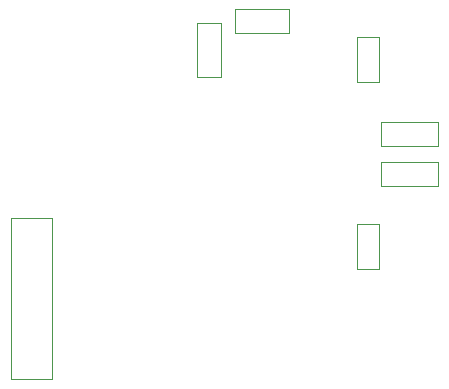
<source format=gbr>
G04 #@! TF.FileFunction,Other,User*
%FSLAX46Y46*%
G04 Gerber Fmt 4.6, Leading zero omitted, Abs format (unit mm)*
G04 Created by KiCad (PCBNEW 4.0.5) date Thu Feb 16 15:21:35 2017*
%MOMM*%
%LPD*%
G01*
G04 APERTURE LIST*
%ADD10C,0.100000*%
%ADD11C,0.050000*%
G04 APERTURE END LIST*
D10*
D11*
X146400000Y-74600000D02*
X141600000Y-74600000D01*
X146400000Y-76600000D02*
X141600000Y-76600000D01*
X146400000Y-74600000D02*
X146400000Y-76600000D01*
X141600000Y-74600000D02*
X141600000Y-76600000D01*
X139550000Y-71150000D02*
X141450000Y-71150000D01*
X141450000Y-71150000D02*
X141450000Y-67350000D01*
X141450000Y-67350000D02*
X139550000Y-67350000D01*
X139550000Y-67350000D02*
X139550000Y-71150000D01*
X141450000Y-83200000D02*
X139550000Y-83200000D01*
X139550000Y-83200000D02*
X139550000Y-87000000D01*
X139550000Y-87000000D02*
X141450000Y-87000000D01*
X141450000Y-87000000D02*
X141450000Y-83200000D01*
X146400000Y-78000000D02*
X141600000Y-78000000D01*
X146400000Y-80000000D02*
X141600000Y-80000000D01*
X146400000Y-78000000D02*
X146400000Y-80000000D01*
X141600000Y-78000000D02*
X141600000Y-80000000D01*
X128000000Y-70800000D02*
X128000000Y-66200000D01*
X126000000Y-70800000D02*
X126000000Y-66200000D01*
X128000000Y-70800000D02*
X126000000Y-70800000D01*
X128000000Y-66200000D02*
X126000000Y-66200000D01*
X133800000Y-65000000D02*
X129200000Y-65000000D01*
X133800000Y-67000000D02*
X129200000Y-67000000D01*
X133800000Y-65000000D02*
X133800000Y-67000000D01*
X129200000Y-65000000D02*
X129200000Y-67000000D01*
X110250000Y-96370000D02*
X110250000Y-82670000D01*
X113750000Y-96370000D02*
X113750000Y-82670000D01*
X110250000Y-96370000D02*
X113750000Y-96370000D01*
X110250000Y-82670000D02*
X113750000Y-82670000D01*
M02*

</source>
